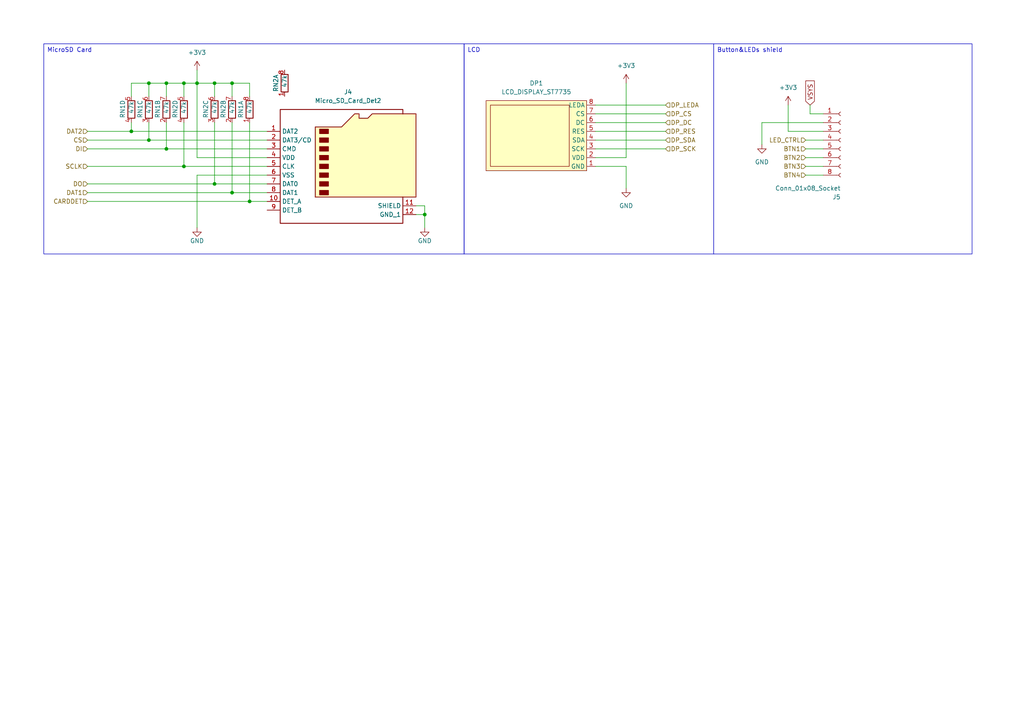
<source format=kicad_sch>
(kicad_sch (version 20231120) (generator "eeschema") (generator_version "8.0")
  (paper "A4")
  (title_block (title "ESP32-S3 main board") (date "2023-10-03"))
  (lib_symbols
    (symbol "Connector:Conn_01x08_Socket" (pin_names (offset 1.016) hide)
      (property "Reference" "J" (at 0 10.16 0))
      (property "Value" "Conn_01x08_Socket" (at 0 -12.7 0))
      (symbol "Conn_01x08_Socket_1_1"
        (arc (start 0 -9.652) (mid -0.5058 -10.16) (end 0 -10.668) (stroke (width 0.1524)))
        (arc (start 0 -7.112) (mid -0.5058 -7.62) (end 0 -8.128) (stroke (width 0.1524)))
        (arc (start 0 -4.572) (mid -0.5058 -5.08) (end 0 -5.588) (stroke (width 0.1524)))
        (arc (start 0 -2.032) (mid -0.5058 -2.54) (end 0 -3.048) (stroke (width 0.1524)))
        (polyline (pts (xy -1.27 -10.16) (xy -0.508 -10.16)) (stroke (width 0.1524)))
        (polyline (pts (xy -1.27 -7.62) (xy -0.508 -7.62)) (stroke (width 0.1524)))
        (polyline (pts (xy -1.27 -5.08) (xy -0.508 -5.08)) (stroke (width 0.1524)))
        (polyline (pts (xy -1.27 -2.54) (xy -0.508 -2.54)) (stroke (width 0.1524)))
        (polyline (pts (xy -1.27 0) (xy -0.508 0)) (stroke (width 0.1524)))
        (polyline (pts (xy -1.27 2.54) (xy -0.508 2.54)) (stroke (width 0.1524)))
        (polyline (pts (xy -1.27 5.08) (xy -0.508 5.08)) (stroke (width 0.1524)))
        (polyline (pts (xy -1.27 7.62) (xy -0.508 7.62)) (stroke (width 0.1524)))
        (arc (start 0 0.508) (mid -0.5058 0) (end 0 -0.508) (stroke (width 0.1524)))
        (arc (start 0 3.048) (mid -0.5058 2.54) (end 0 2.032) (stroke (width 0.1524)))
        (arc (start 0 5.588) (mid -0.5058 5.08) (end 0 4.572) (stroke (width 0.1524)))
        (arc (start 0 8.128) (mid -0.5058 7.62) (end 0 7.112) (stroke (width 0.1524)))
        (pin passive line (at -5.08 7.62 0) (length 3.81) (name "Pin_1") (number "1"))
        (pin passive line (at -5.08 5.08 0) (length 3.81) (name "Pin_2") (number "2"))
        (pin passive line (at -5.08 2.54 0) (length 3.81) (name "Pin_3") (number "3"))
        (pin passive line (at -5.08 0 0) (length 3.81) (name "Pin_4") (number "4"))
        (pin passive line (at -5.08 -2.54 0) (length 3.81) (name "Pin_5") (number "5"))
        (pin passive line (at -5.08 -5.08 0) (length 3.81) (name "Pin_6") (number "6"))
        (pin passive line (at -5.08 -7.62 0) (length 3.81) (name "Pin_7") (number "7"))
        (pin passive line (at -5.08 -10.16 0) (length 3.81) (name "Pin_8") (number "8"))
      )
    )
    (symbol "Custom_lib:LCD_DISPLAY_ST7735"
      (property "Reference" "DP" (at -7.62 -1.27 0))
      (property "Value" "LCD_DISPLAY_ST7735" (at 3.81 -1.27 0))
      (symbol "LCD_DISPLAY_ST7735_0_1"
        (rectangle (start -8.89 11.43) (end 11.43 -17.78) (fill (type background)))
        (rectangle (start -7.62 10.16) (end 10.16 -12.7))
      )
      (symbol "LCD_DISPLAY_ST7735_1_1"
        (pin input line (at -7.62 -20.32 90) (length 2.54) (name "GND") (number "1"))
        (pin input line (at -5.08 -20.32 90) (length 2.54) (name "VDD") (number "2"))
        (pin input line (at -2.54 -20.32 90) (length 2.54) (name "SCK") (number "3"))
        (pin input line (at 0 -20.32 90) (length 2.54) (name "SDA") (number "4"))
        (pin input line (at 2.54 -20.32 90) (length 2.54) (name "RES") (number "5"))
        (pin input line (at 5.08 -20.32 90) (length 2.54) (name "DC") (number "6"))
        (pin input line (at 7.62 -20.32 90) (length 2.54) (name "CS") (number "7"))
        (pin input line (at 10.16 -20.32 90) (length 2.54) (name "LEDA") (number "8"))
      )
    )
    (symbol "Device:R_Pack04_Split" (pin_names (offset 0) hide)
      (property "Reference" "RN" (at 2.032 0 90))
      (property "Value" "R_Pack04_Split" (at 0 0 90))
      (symbol "R_Pack04_Split_0_1"
        (rectangle (start 1.016 2.54) (end -1.016 -2.54) (stroke (width 0.254)))
      )
      (symbol "R_Pack04_Split_1_1"
        (pin passive line (at 0 -3.81 90) (length 1.27) (name "R1.1") (number "1"))
        (pin passive line (at 0 3.81 270) (length 1.27) (name "R1.2") (number "8"))
      )
      (symbol "R_Pack04_Split_2_1"
        (pin passive line (at 0 -3.81 90) (length 1.27) (name "R2.1") (number "2"))
        (pin passive line (at 0 3.81 270) (length 1.27) (name "R2.2") (number "7"))
      )
      (symbol "R_Pack04_Split_3_1"
        (pin passive line (at 0 -3.81 90) (length 1.27) (name "R3.1") (number "3"))
        (pin passive line (at 0 3.81 270) (length 1.27) (name "R3.2") (number "6"))
      )
      (symbol "R_Pack04_Split_4_1"
        (pin passive line (at 0 -3.81 90) (length 1.27) (name "R4.1") (number "4"))
        (pin passive line (at 0 3.81 270) (length 1.27) (name "R4.2") (number "5"))
      )
    )
    (symbol "Micro_SD_Card_Det2_1"
      (property "Reference" "J4" (at 0.635 21.59 0))
      (property "Value" "Micro_SD_Card_Det2" (at 0.635 19.05 0))
      (symbol "Micro_SD_Card_Det2_1_0_1"
        (rectangle (start -7.62 -6.985) (end -5.08 -8.255) (stroke (width 0.254)) (fill (type outline)))
        (rectangle (start -7.62 -4.445) (end -5.08 -5.715) (stroke (width 0.254)) (fill (type outline)))
        (rectangle (start -7.62 -1.905) (end -5.08 -3.175) (stroke (width 0.254)) (fill (type outline)))
        (rectangle (start -7.62 0.635) (end -5.08 -0.635) (stroke (width 0.254)) (fill (type outline)))
        (rectangle (start -7.62 3.175) (end -5.08 1.905) (stroke (width 0.254)) (fill (type outline)))
        (rectangle (start -7.62 5.715) (end -5.08 4.445) (stroke (width 0.254)) (fill (type outline)))
        (rectangle (start -7.62 8.255) (end -5.08 6.985) (stroke (width 0.254)) (fill (type outline)))
        (rectangle (start -7.62 10.795) (end -5.08 9.525) (stroke (width 0.254)) (fill (type outline)))
        (polyline (pts (xy 16.51 15.24) (xy 16.51 16.51) (xy -19.05 16.51) (xy -19.05 -16.51) (xy 16.51 -16.51) (xy 16.51 -8.89)) (stroke (width 0.254)))
        (polyline (pts (xy -8.89 -8.89) (xy -8.89 11.43) (xy -1.27 11.43) (xy 2.54 15.24) (xy 3.81 15.24) (xy 3.81 13.97) (xy 6.35 13.97) (xy 7.62 15.24) (xy 20.32 15.24) (xy 20.32 -8.89) (xy -8.89 -8.89)) (stroke (width 0.254)) (fill (type background)))
      )
      (symbol "Micro_SD_Card_Det2_1_1_1"
        (pin bidirectional line (at -22.86 10.16 0) (length 3.81) (name "DAT2") (number "1"))
        (pin passive line (at -22.86 -10.16 0) (length 3.81) (name "DET_A") (number "10"))
        (pin passive line (at 20.32 -11.43 180) (length 3.81) (name "SHIELD") (number "11"))
        (pin passive line (at 20.32 -13.97 180) (length 3.81) (name "GND_1") (number "12"))
        (pin bidirectional line (at -22.86 7.62 0) (length 3.81) (name "DAT3/CD") (number "2"))
        (pin input line (at -22.86 5.08 0) (length 3.81) (name "CMD") (number "3"))
        (pin power_in line (at -22.86 2.54 0) (length 3.81) (name "VDD") (number "4"))
        (pin input line (at -22.86 0 0) (length 3.81) (name "CLK") (number "5"))
        (pin power_in line (at -22.86 -2.54 0) (length 3.81) (name "VSS") (number "6"))
        (pin bidirectional line (at -22.86 -5.08 0) (length 3.81) (name "DAT0") (number "7"))
        (pin bidirectional line (at -22.86 -7.62 0) (length 3.81) (name "DAT1") (number "8"))
        (pin passive line (at -22.86 -12.7 0) (length 3.81) (name "DET_B") (number "9"))
      )
    )
    (symbol "power:+3V3" (power) (pin_names (offset 0))
      (property "Value" "+3V3" (at 0 3.556 0))
      (symbol "+3V3_0_1"
        (polyline (pts (xy -0.762 1.27) (xy 0 2.54)))
        (polyline (pts (xy 0 0) (xy 0 2.54)))
        (polyline (pts (xy 0 2.54) (xy 0.762 1.27)))
      )
      (symbol "+3V3_1_1"
        (pin power_in line (at 0 0 90) (length 0) hide (name "+3V3") (number "1"))
      )
    )
    (symbol "power:GND" (power) (pin_names (offset 0))
      (property "Value" "GND" (at 0 -3.81 0))
      (symbol "GND_0_1"
        (polyline (pts (xy 0 0) (xy 0 -1.27) (xy 1.27 -1.27) (xy 0 -2.54) (xy -1.27 -1.27) (xy 0 -1.27)))
      )
      (symbol "GND_1_1"
        (pin power_in line (at 0 0 270) (length 0) hide (name "GND") (number "1"))
      )
    )
  )
  (junction (at 38.1 38.1))
  (junction (at 62.23 24.13))
  (junction (at 43.18 24.13))
  (junction (at 48.26 24.13))
  (junction (at 72.39 58.42))
  (junction (at 62.23 53.34))
  (junction (at 53.34 48.26))
  (junction (at 57.15 24.13))
  (junction (at 48.26 43.18))
  (junction (at 43.18 40.64))
  (junction (at 123.19 62.23))
  (junction (at 53.34 24.13))
  (junction (at 67.31 24.13))
  (junction (at 67.31 55.88))
  (wire (pts (xy 233.68 48.26) (xy 238.76 48.26)))
  (wire (pts (xy 62.23 24.13) (xy 62.23 27.94)))
  (wire (pts (xy 25.4 38.1) (xy 38.1 38.1)))
  (wire (pts (xy 53.34 35.56) (xy 53.34 48.26)))
  (wire (pts (xy 25.4 43.18) (xy 48.26 43.18)))
  (wire (pts (xy 38.1 24.13) (xy 43.18 24.13)))
  (wire (pts (xy 67.31 24.13) (xy 62.23 24.13)))
  (wire (pts (xy 43.18 24.13) (xy 48.26 24.13)))
  (wire (pts (xy 234.95 30.48) (xy 234.95 33.02)))
  (wire (pts (xy 62.23 53.34) (xy 77.47 53.34)))
  (wire (pts (xy 220.98 41.91) (xy 220.98 35.56)))
  (wire (pts (xy 25.4 40.64) (xy 43.18 40.64)))
  (wire (pts (xy 43.18 24.13) (xy 43.18 27.94)))
  (wire (pts (xy 120.65 62.23) (xy 123.19 62.23)))
  (wire (pts (xy 48.26 27.94) (xy 48.26 24.13)))
  (wire (pts (xy 172.72 30.48) (xy 193.04 30.48)))
  (wire (pts (xy 233.68 43.18) (xy 238.76 43.18)))
  (wire (pts (xy 172.72 38.1) (xy 193.04 38.1)))
  (wire (pts (xy 120.65 59.69) (xy 123.19 59.69)))
  (wire (pts (xy 172.72 40.64) (xy 193.04 40.64)))
  (wire (pts (xy 172.72 33.02) (xy 193.04 33.02)))
  (wire (pts (xy 57.15 50.8) (xy 57.15 66.04)))
  (wire (pts (xy 181.61 54.61) (xy 181.61 48.26)))
  (wire (pts (xy 233.68 45.72) (xy 238.76 45.72)))
  (wire (pts (xy 228.6 38.1) (xy 228.6 30.48)))
  (wire (pts (xy 72.39 24.13) (xy 67.31 24.13)))
  (wire (pts (xy 238.76 38.1) (xy 228.6 38.1)))
  (wire (pts (xy 67.31 55.88) (xy 77.47 55.88)))
  (wire (pts (xy 181.61 48.26) (xy 172.72 48.26)))
  (wire (pts (xy 123.19 62.23) (xy 123.19 66.04)))
  (wire (pts (xy 38.1 38.1) (xy 77.47 38.1)))
  (wire (pts (xy 234.95 33.02) (xy 238.76 33.02)))
  (wire (pts (xy 72.39 58.42) (xy 77.47 58.42)))
  (wire (pts (xy 62.23 35.56) (xy 62.23 53.34)))
  (wire (pts (xy 67.31 35.56) (xy 67.31 55.88)))
  (wire (pts (xy 220.98 35.56) (xy 238.76 35.56)))
  (wire (pts (xy 38.1 35.56) (xy 38.1 38.1)))
  (wire (pts (xy 181.61 45.72) (xy 172.72 45.72)))
  (wire (pts (xy 72.39 35.56) (xy 72.39 58.42)))
  (wire (pts (xy 233.68 50.8) (xy 238.76 50.8)))
  (wire (pts (xy 53.34 48.26) (xy 77.47 48.26)))
  (wire (pts (xy 53.34 27.94) (xy 53.34 24.13)))
  (wire (pts (xy 43.18 40.64) (xy 77.47 40.64)))
  (wire (pts (xy 67.31 24.13) (xy 67.31 27.94)))
  (wire (pts (xy 25.4 55.88) (xy 67.31 55.88)))
  (wire (pts (xy 53.34 24.13) (xy 57.15 24.13)))
  (wire (pts (xy 48.26 35.56) (xy 48.26 43.18)))
  (wire (pts (xy 25.4 58.42) (xy 72.39 58.42)))
  (wire (pts (xy 77.47 50.8) (xy 57.15 50.8)))
  (wire (pts (xy 123.19 59.69) (xy 123.19 62.23)))
  (wire (pts (xy 77.47 45.72) (xy 57.15 45.72)))
  (wire (pts (xy 38.1 24.13) (xy 38.1 27.94)))
  (wire (pts (xy 57.15 20.32) (xy 57.15 24.13)))
  (wire (pts (xy 25.4 53.34) (xy 62.23 53.34)))
  (wire (pts (xy 48.26 24.13) (xy 53.34 24.13)))
  (wire (pts (xy 233.68 40.64) (xy 238.76 40.64)))
  (wire (pts (xy 181.61 24.13) (xy 181.61 45.72)))
  (wire (pts (xy 43.18 35.56) (xy 43.18 40.64)))
  (wire (pts (xy 25.4 48.26) (xy 53.34 48.26)))
  (wire (pts (xy 57.15 24.13) (xy 57.15 45.72)))
  (wire (pts (xy 48.26 43.18) (xy 77.47 43.18)))
  (wire (pts (xy 72.39 27.94) (xy 72.39 24.13)))
  (wire (pts (xy 172.72 35.56) (xy 193.04 35.56)))
  (wire (pts (xy 172.72 43.18) (xy 193.04 43.18)))
  (wire (pts (xy 62.23 24.13) (xy 57.15 24.13)))
  (text_box "Button&LEDs shield" (at 207.01 12.7 0) (size 74.93 60.96) (effects (font (size 1.27 1.27)) (justify left top)))
  (text_box "MicroSD Card" (at 12.7 12.7 0) (size 121.92 60.96) (effects (font (size 1.27 1.27)) (justify left top)))
  (text_box "LCD" (at 134.62 12.7 0) (size 72.39 60.96) (effects (font (size 1.27 1.27)) (justify left top)))
  (global_label "VSYS" (shape input) (at 234.95 30.48 90) (property "Intersheetrefs" "${INTERSHEET_REFS}" (effects (hide yes))))
  (hierarchical_label "DP_CS" (shape input) (at 193.04 33.02 0))
  (hierarchical_label "DAT1" (shape input) (at 25.4 55.88 180))
  (hierarchical_label "BTN4" (shape input) (at 233.68 50.8 180))
  (hierarchical_label "DAT2" (shape input) (at 25.4 38.1 180))
  (hierarchical_label "DP_SDA" (shape input) (at 193.04 40.64 0))
  (hierarchical_label "DP_DC" (shape input) (at 193.04 35.56 0))
  (hierarchical_label "CS" (shape input) (at 25.4 40.64 180))
  (hierarchical_label "SCLK" (shape input) (at 25.4 48.26 180))
  (hierarchical_label "CARDDET" (shape input) (at 25.4 58.42 180))
  (hierarchical_label "DI" (shape input) (at 25.4 43.18 180))
  (hierarchical_label "DP_SCK" (shape input) (at 193.04 43.18 0))
  (hierarchical_label "BTN1" (shape input) (at 233.68 43.18 180))
  (hierarchical_label "DP_RES" (shape input) (at 193.04 38.1 0))
  (hierarchical_label "BTN2" (shape input) (at 233.68 45.72 180))
  (hierarchical_label "DO" (shape input) (at 25.4 53.34 180))
  (hierarchical_label "LED_CTRL" (shape input) (at 233.68 40.64 180))
  (hierarchical_label "BTN3" (shape input) (at 233.68 48.26 180))
  (hierarchical_label "DP_LEDA" (shape input) (at 193.04 30.48 0))
  (symbol (lib_id "Custom_lib:LCD_DISPLAY_ST7735") (at 152.4 40.64 90) (unit 1)
    (property "Reference" "DP1" (at 155.575 24.13 90))
    (property "Value" "LCD_DISPLAY_ST7735" (at 155.575 26.67 90))
    (property "Footprint" "Connector_PinSocket_2.54mm:PinSocket_1x08_P2.54mm_Vertical" (effects (hide yes)))
  )
  (symbol (lib_id "Device:R_Pack04_Split") (at 62.23 31.75 0) (unit 3)
    (property "Reference" "RN2" (at 59.69 34.29 90) (effects (justify left)))
    (property "Value" "47k" (at 62.23 33.02 90) (effects (justify left)))
    (property "Footprint" "Resistor_SMD:R_Array_Convex_4x1206" (effects (hide yes)))
  )
  (symbol (lib_id "Device:R_Pack04_Split") (at 72.39 31.75 0) (unit 1)
    (property "Reference" "RN1" (at 69.85 34.29 90) (effects (justify left)))
    (property "Value" "47k" (at 72.39 33.02 90) (effects (justify left)))
    (property "Footprint" "Resistor_SMD:R_Array_Convex_4x1206" (effects (hide yes)))
  )
  (symbol (lib_id "Device:R_Pack04_Split") (at 82.55 24.13 0) (unit 1)
    (property "Reference" "RN2" (at 80.01 26.67 90) (effects (justify left)))
    (property "Value" "47k" (at 82.55 25.4 90) (effects (justify left)))
    (property "Footprint" "Resistor_SMD:R_Array_Convex_4x1206" (effects (hide yes)))
  )
  (symbol (lib_id "power:+3V3") (at 228.6 30.48 0) (unit 1)
    (property "Reference" "#PWR070" (effects (hide yes)))
    (property "Value" "+3V3" (at 228.6 25.4 0))
  )
  (symbol (lib_id "Device:R_Pack04_Split") (at 48.26 31.75 0) (unit 2)
    (property "Reference" "RN1" (at 45.72 34.29 90) (effects (justify left)))
    (property "Value" "47k" (at 48.26 33.02 90) (effects (justify left)))
    (property "Footprint" "Resistor_SMD:R_Array_Convex_4x1206" (effects (hide yes)))
  )
  (symbol (lib_id "Device:R_Pack04_Split") (at 67.31 31.75 0) (unit 2)
    (property "Reference" "RN2" (at 64.77 34.29 90) (effects (justify left)))
    (property "Value" "47k" (at 67.31 33.02 90) (effects (justify left)))
    (property "Footprint" "Resistor_SMD:R_Array_Convex_4x1206" (effects (hide yes)))
  )
  (symbol (lib_id "Connector:Conn_01x08_Socket") (at 243.84 40.64 0) (unit 1)
    (property "Reference" "J5" (at 243.84 57.15 0) (effects (justify right)))
    (property "Value" "Conn_01x08_Socket" (at 243.84 54.61 0) (effects (justify right)))
    (property "Footprint" "Connector_PinSocket_2.54mm:PinSocket_1x08_P2.54mm_Vertical" (effects (hide yes)))
  )
  (symbol (lib_id "Device:R_Pack04_Split") (at 43.18 31.75 0) (unit 3)
    (property "Reference" "RN1" (at 40.64 34.29 90) (effects (justify left)))
    (property "Value" "47k" (at 43.18 33.02 90) (effects (justify left)))
    (property "Footprint" "Resistor_SMD:R_Array_Convex_4x1206" (effects (hide yes)))
  )
  (symbol (lib_id "Device:R_Pack04_Split") (at 53.34 31.75 0) (unit 4)
    (property "Reference" "RN2" (at 50.8 34.29 90) (effects (justify left)))
    (property "Value" "47k" (at 53.34 33.02 90) (effects (justify left)))
    (property "Footprint" "Resistor_SMD:R_Array_Convex_4x1206" (effects (hide yes)))
  )
  (symbol (lib_id "power:+3V3") (at 57.15 20.32 0) (unit 1)
    (property "Reference" "#PWR023" (effects (hide yes)))
    (property "Value" "+3V3" (at 57.15 15.24 0))
  )
  (symbol (lib_id "power:GND") (at 220.98 41.91 0) (unit 1)
    (property "Reference" "#PWR069" (effects (hide yes)))
    (property "Value" "GND" (at 220.98 46.99 0))
  )
  (symbol (lib_id "Device:R_Pack04_Split") (at 38.1 31.75 0) (unit 4)
    (property "Reference" "RN1" (at 35.56 34.29 90) (effects (justify left)))
    (property "Value" "47k" (at 38.1 33.02 90) (effects (justify left)))
    (property "Footprint" "Resistor_SMD:R_Array_Convex_4x1206" (effects (hide yes)))
  )
  (symbol (lib_id "power:GND") (at 57.15 66.04 0) (unit 1)
    (property "Reference" "#PWR024" (effects (hide yes)))
    (property "Value" "GND" (at 57.15 69.85 0))
  )
  (symbol (lib_name "Micro_SD_Card_Det2_1") (lib_id "Connector:Micro_SD_Card_Det2") (at 100.33 48.26 0) (unit 1)
    (property "Reference" "J4" (at 100.965 26.67 0))
    (property "Value" "Micro_SD_Card_Det2" (at 100.965 29.21 0))
    (property "Footprint" "GCT_MEM2061:GCT_MEM2061-01-188-00-A_REVA" (effects (hide yes)))
    (property "Datasheet" "https://gct.co/pdfjs/web/viewer.html?file=/files/specs/MEM2061-spec.pdf" (effects (hide yes)))
  )
  (symbol (lib_id "power:GND") (at 181.61 54.61 0) (unit 1)
    (property "Reference" "#PWR030" (effects (hide yes)))
    (property "Value" "GND" (at 181.61 59.69 0))
  )
  (symbol (lib_id "power:GND") (at 123.19 66.04 0) (unit 1)
    (property "Reference" "#PWR025" (effects (hide yes)))
    (property "Value" "GND" (at 123.19 69.85 0))
  )
  (symbol (lib_id "power:+3V3") (at 181.61 24.13 0) (unit 1)
    (property "Reference" "#PWR029" (effects (hide yes)))
    (property "Value" "+3V3" (at 181.61 19.05 0))
  )
)
</source>
